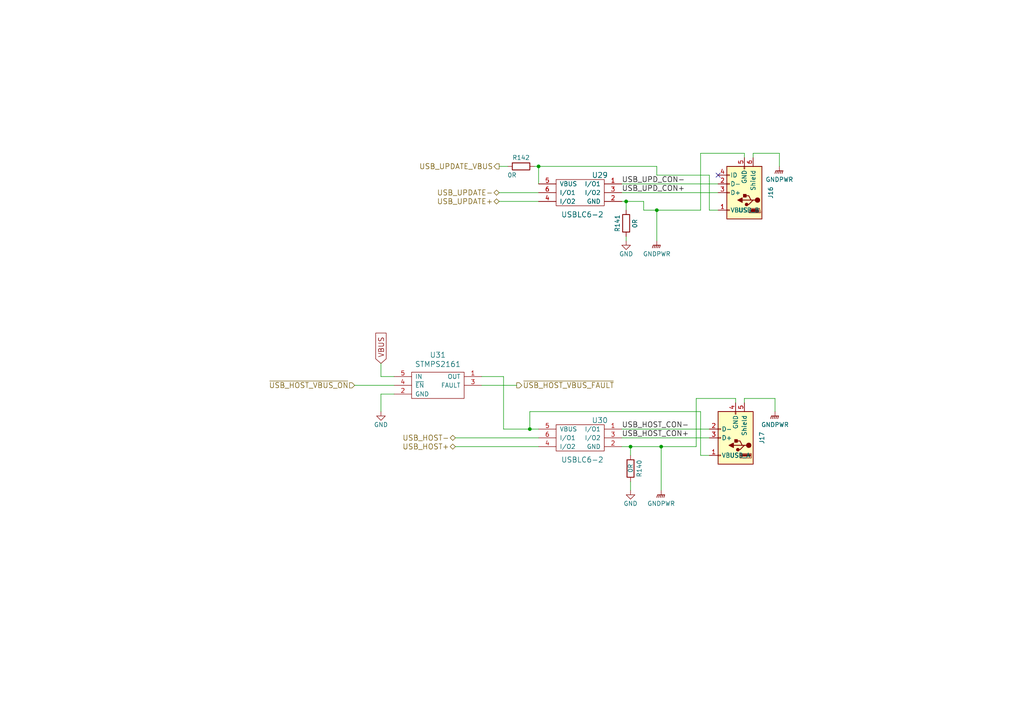
<source format=kicad_sch>
(kicad_sch (version 20211123) (generator eeschema)
  (paper "A4")
  (lib_symbols
    (symbol "Connector:USB_A" (pin_names (offset 1.016))
      (property "Reference" "J" (at -5.08 11.43 0))
      (property "Value" "USB_A" (at -5.08 8.89 0))
      (symbol "USB_A_0_1"
        (rectangle (start -5.08 -7.62) (end 5.08 7.62) (stroke (width 0.254)) (fill (type background)))
        (circle (center -3.81 2.159) (radius 0.635) (stroke (width 0.254)) (fill (type outline)))
        (rectangle (start -1.524 4.826) (end -4.318 5.334) (fill (type outline)))
        (rectangle (start -1.27 4.572) (end -4.572 5.842))
        (circle (center -0.635 3.429) (radius 0.381) (stroke (width 0.254)) (fill (type outline)))
        (rectangle (start -0.127 -7.62) (end 0.127 -6.858))
        (polyline (pts (xy -3.175 2.159) (xy -2.54 2.159) (xy -1.27 3.429) (xy -0.635 3.429)) (stroke (width 0.254)))
        (polyline (pts (xy -2.54 2.159) (xy -1.905 2.159) (xy -1.27 0.889) (xy 0 0.889)) (stroke (width 0.254)))
        (polyline (pts (xy 0.635 2.794) (xy 0.635 1.524) (xy 1.905 2.159) (xy 0.635 2.794)) (stroke (width 0.254)) (fill (type outline)))
        (rectangle (start 0.254 1.27) (end -0.508 0.508) (stroke (width 0.254)) (fill (type outline)))
        (rectangle (start 5.08 -2.667) (end 4.318 -2.413))
        (rectangle (start 5.08 -0.127) (end 4.318 0.127))
        (rectangle (start 5.08 4.953) (end 4.318 5.207))
      )
      (symbol "USB_A_1_1"
        (polyline (pts (xy -1.905 2.159) (xy 0.635 2.159)) (stroke (width 0.254)))
        (pin power_in line (at 7.62 5.08 180) (length 2.54) (name "VBUS") (number "1"))
        (pin bidirectional line (at 7.62 -2.54 180) (length 2.54) (name "D-") (number "2"))
        (pin bidirectional line (at 7.62 0 180) (length 2.54) (name "D+") (number "3"))
        (pin power_in line (at 0 -10.16 90) (length 2.54) (name "GND") (number "4"))
        (pin passive line (at -2.54 -10.16 90) (length 2.54) (name "Shield") (number "5"))
      )
    )
    (symbol "Connector:USB_OTG" (pin_names (offset 1.016))
      (property "Reference" "J" (at -5.08 11.43 0))
      (property "Value" "USB_OTG" (at -5.08 8.89 0))
      (symbol "USB_OTG_0_1"
        (rectangle (start -5.08 -7.62) (end 5.08 7.62) (stroke (width 0.254)) (fill (type background)))
        (circle (center -3.81 2.159) (radius 0.635) (stroke (width 0.254)) (fill (type outline)))
        (circle (center -0.635 3.429) (radius 0.381) (stroke (width 0.254)) (fill (type outline)))
        (rectangle (start -0.127 -7.62) (end 0.127 -6.858))
        (polyline (pts (xy -1.905 2.159) (xy 0.635 2.159)) (stroke (width 0.254)))
        (polyline (pts (xy -3.175 2.159) (xy -2.54 2.159) (xy -1.27 3.429) (xy -0.635 3.429)) (stroke (width 0.254)))
        (polyline (pts (xy -2.54 2.159) (xy -1.905 2.159) (xy -1.27 0.889) (xy 0 0.889)) (stroke (width 0.254)))
        (polyline (pts (xy 0.635 2.794) (xy 0.635 1.524) (xy 1.905 2.159) (xy 0.635 2.794)) (stroke (width 0.254)) (fill (type outline)))
        (polyline (pts (xy -4.318 5.588) (xy -1.778 5.588) (xy -2.032 4.826) (xy -4.064 4.826) (xy -4.318 5.588)) (fill (type outline)))
        (polyline (pts (xy -4.699 5.842) (xy -4.699 5.588) (xy -4.445 4.826) (xy -4.445 4.572) (xy -1.651 4.572) (xy -1.651 4.826) (xy -1.397 5.588) (xy -1.397 5.842) (xy -4.699 5.842)))
        (rectangle (start 0.254 1.27) (end -0.508 0.508) (stroke (width 0.254)) (fill (type outline)))
        (rectangle (start 5.08 -5.207) (end 4.318 -4.953))
        (rectangle (start 5.08 -2.667) (end 4.318 -2.413))
        (rectangle (start 5.08 -0.127) (end 4.318 0.127))
        (rectangle (start 5.08 4.953) (end 4.318 5.207))
      )
      (symbol "USB_OTG_1_1"
        (pin passive line (at 7.62 5.08 180) (length 2.54) (name "VBUS") (number "1"))
        (pin bidirectional line (at 7.62 -2.54 180) (length 2.54) (name "D-") (number "2"))
        (pin bidirectional line (at 7.62 0 180) (length 2.54) (name "D+") (number "3"))
        (pin passive line (at 7.62 -5.08 180) (length 2.54) (name "ID") (number "4"))
        (pin passive line (at 0 -10.16 90) (length 2.54) (name "GND") (number "5"))
        (pin passive line (at -2.54 -10.16 90) (length 2.54) (name "Shield") (number "6"))
      )
    )
    (symbol "Device:R" (pin_numbers hide) (pin_names (offset 0))
      (property "Reference" "R" (at 2.032 0 90))
      (property "Value" "R" (at 0 0 90))
      (symbol "R_0_1"
        (rectangle (start -1.016 -2.54) (end 1.016 2.54) (stroke (width 0.254)))
      )
      (symbol "R_1_1"
        (pin passive line (at 0 3.81 270) (length 1.27) (name "~") (number "1"))
        (pin passive line (at 0 -3.81 90) (length 1.27) (name "~") (number "2"))
      )
    )
    (symbol "Mainboard-rescue:GND-power" (power) (pin_names (offset 0))
      (property "Value" "GND-power" (at 0 -3.81 0))
      (symbol "GND-power_0_1"
        (polyline (pts (xy 0 0) (xy 0 -1.27) (xy 1.27 -1.27) (xy 0 -2.54) (xy -1.27 -1.27) (xy 0 -1.27)))
      )
      (symbol "GND-power_1_1"
        (pin power_in line (at 0 0 270) (length 0) hide (name "GND") (number "1"))
      )
    )
    (symbol "Mainboard-rescue:GNDPWR-power" (power) (pin_names (offset 0))
      (property "Value" "GNDPWR-power" (at 0 -3.302 0))
      (symbol "GNDPWR-power_0_1"
        (polyline (pts (xy 0 -1.27) (xy 0 0)))
        (polyline (pts (xy -1.016 -1.27) (xy -1.27 -2.032) (xy -1.27 -2.032)) (stroke (width 0.2032)))
        (polyline (pts (xy -0.508 -1.27) (xy -0.762 -2.032) (xy -0.762 -2.032)) (stroke (width 0.2032)))
        (polyline (pts (xy 0 -1.27) (xy -0.254 -2.032) (xy -0.254 -2.032)) (stroke (width 0.2032)))
        (polyline (pts (xy 0.508 -1.27) (xy 0.254 -2.032) (xy 0.254 -2.032)) (stroke (width 0.2032)))
        (polyline (pts (xy 1.016 -1.27) (xy -1.016 -1.27) (xy -1.016 -1.27)) (stroke (width 0.2032)))
        (polyline (pts (xy 1.016 -1.27) (xy 0.762 -2.032) (xy 0.762 -2.032) (xy 0.762 -2.032)) (stroke (width 0.2032)))
      )
      (symbol "GNDPWR-power_1_1"
        (pin power_in line (at 0 0 270) (length 0) hide (name "GNDPWR") (number "1"))
      )
    )
    (symbol "Mainboard:STMPS2161" (pin_names (offset 1.016))
      (property "Reference" "U" (at -7.62 5.08 0))
      (property "Value" "STMPS2161" (at -7.62 -5.08 0))
      (symbol "STMPS2161_0_1"
        (rectangle (start -7.62 3.81) (end 7.62 -3.81))
      )
      (symbol "STMPS2161_1_1"
        (pin power_out line (at 12.7 2.54 180) (length 5.08) (name "OUT") (number "1"))
        (pin power_in line (at -12.7 -2.54 0) (length 5.08) (name "GND") (number "2"))
        (pin output line (at 12.7 0 180) (length 5.08) (name "FAULT") (number "3"))
        (pin input line (at -12.7 0 0) (length 5.08) (name "~{EN}") (number "4"))
        (pin power_in line (at -12.7 2.54 0) (length 5.08) (name "IN") (number "5"))
      )
    )
    (symbol "Mainboard:USBLC6-2" (pin_names (offset 1.016))
      (property "Reference" "U" (at -5.08 5.08 0))
      (property "Value" "USBLC6-2" (at 0 -6.35 0))
      (symbol "USBLC6-2_0_1"
        (rectangle (start -6.35 3.81) (end 7.62 -3.81))
      )
      (symbol "USBLC6-2_1_1"
        (pin passive line (at -11.43 2.54 0) (length 5.08) (name "I/O1") (number "1"))
        (pin passive line (at -11.43 -2.54 0) (length 5.08) (name "GND") (number "2"))
        (pin passive line (at -11.43 0 0) (length 5.08) (name "I/O2") (number "3"))
        (pin passive line (at 12.7 -2.54 180) (length 5.08) (name "I/O2") (number "4"))
        (pin passive line (at 12.7 2.54 180) (length 5.08) (name "VBUS") (number "5"))
        (pin passive line (at 12.7 0 180) (length 5.08) (name "I/O1") (number "6"))
      )
    )
  )
  (junction (at 181.61 58.42))
  (junction (at 182.88 129.54))
  (junction (at 190.5 60.96))
  (junction (at 191.77 129.54))
  (junction (at 153.67 124.46))
  (junction (at 156.21 48.26))
  (no_connect (at 208.28 50.8))
  (wire (pts (xy 114.3 109.22) (xy 110.49 109.22)))
  (wire (pts (xy 154.94 48.26) (xy 156.21 48.26)))
  (wire (pts (xy 205.74 60.96) (xy 208.28 60.96)))
  (wire (pts (xy 191.77 129.54) (xy 191.77 142.24)))
  (wire (pts (xy 224.79 115.57) (xy 215.9 115.57)))
  (wire (pts (xy 180.34 127) (xy 205.74 127)))
  (wire (pts (xy 180.34 124.46) (xy 205.74 124.46)))
  (wire (pts (xy 203.2 132.08) (xy 205.74 132.08)))
  (wire (pts (xy 144.78 55.88) (xy 156.21 55.88)))
  (wire (pts (xy 180.34 55.88) (xy 208.28 55.88)))
  (wire (pts (xy 182.88 129.54) (xy 182.88 132.08)))
  (wire (pts (xy 203.2 44.45) (xy 215.9 44.45)))
  (wire (pts (xy 226.06 44.45) (xy 218.44 44.45)))
  (wire (pts (xy 205.74 50.8) (xy 205.74 60.96)))
  (wire (pts (xy 110.49 114.3) (xy 110.49 119.38)))
  (wire (pts (xy 181.61 58.42) (xy 186.69 58.42)))
  (wire (pts (xy 186.69 58.42) (xy 186.69 60.96)))
  (wire (pts (xy 146.05 109.22) (xy 146.05 124.46)))
  (wire (pts (xy 102.87 111.76) (xy 114.3 111.76)))
  (wire (pts (xy 215.9 115.57) (xy 215.9 116.84)))
  (wire (pts (xy 156.21 48.26) (xy 190.5 48.26)))
  (wire (pts (xy 132.08 129.54) (xy 156.21 129.54)))
  (wire (pts (xy 182.88 129.54) (xy 191.77 129.54)))
  (wire (pts (xy 153.67 119.38) (xy 203.2 119.38)))
  (wire (pts (xy 190.5 60.96) (xy 190.5 69.85)))
  (wire (pts (xy 153.67 119.38) (xy 153.67 124.46)))
  (wire (pts (xy 190.5 48.26) (xy 190.5 50.8)))
  (wire (pts (xy 180.34 53.34) (xy 208.28 53.34)))
  (wire (pts (xy 191.77 129.54) (xy 201.93 129.54)))
  (wire (pts (xy 203.2 119.38) (xy 203.2 132.08)))
  (wire (pts (xy 114.3 114.3) (xy 110.49 114.3)))
  (wire (pts (xy 190.5 60.96) (xy 203.2 60.96)))
  (wire (pts (xy 201.93 129.54) (xy 201.93 115.57)))
  (wire (pts (xy 146.05 109.22) (xy 139.7 109.22)))
  (wire (pts (xy 144.78 48.26) (xy 147.32 48.26)))
  (wire (pts (xy 156.21 53.34) (xy 156.21 48.26)))
  (wire (pts (xy 226.06 44.45) (xy 226.06 48.26)))
  (wire (pts (xy 180.34 58.42) (xy 181.61 58.42)))
  (wire (pts (xy 146.05 124.46) (xy 153.67 124.46)))
  (wire (pts (xy 213.36 115.57) (xy 213.36 116.84)))
  (wire (pts (xy 186.69 60.96) (xy 190.5 60.96)))
  (wire (pts (xy 218.44 44.45) (xy 218.44 45.72)))
  (wire (pts (xy 190.5 50.8) (xy 205.74 50.8)))
  (wire (pts (xy 215.9 44.45) (xy 215.9 45.72)))
  (wire (pts (xy 139.7 111.76) (xy 149.86 111.76)))
  (wire (pts (xy 181.61 68.58) (xy 181.61 69.85)))
  (wire (pts (xy 110.49 109.22) (xy 110.49 105.41)))
  (wire (pts (xy 180.34 129.54) (xy 182.88 129.54)))
  (wire (pts (xy 201.93 115.57) (xy 213.36 115.57)))
  (wire (pts (xy 132.08 127) (xy 156.21 127)))
  (wire (pts (xy 144.78 58.42) (xy 156.21 58.42)))
  (wire (pts (xy 203.2 60.96) (xy 203.2 44.45)))
  (wire (pts (xy 224.79 115.57) (xy 224.79 119.38)))
  (wire (pts (xy 182.88 139.7) (xy 182.88 142.24)))
  (wire (pts (xy 153.67 124.46) (xy 156.21 124.46)))
  (wire (pts (xy 181.61 58.42) (xy 181.61 60.96)))
  (label "USB_UPD_CON-" (at 180.34 53.34 0) (effects (font (size 1.524 1.524))))
  (label "USB_HOST_CON-" (at 180.34 124.46 0) (effects (font (size 1.524 1.524))))
  (label "USB_HOST_CON+" (at 180.34 127 0) (effects (font (size 1.524 1.524))))
  (label "USB_UPD_CON+" (at 180.34 55.88 0) (effects (font (size 1.524 1.524))))
  (global_label "VBUS" (shape input) (at 110.49 105.41 90) (effects (font (size 1.524 1.524))) (property "Referenzen zwischen Schaltplänen" "${INTERSHEET_REFS}" (effects hide)))
  (hierarchical_label "USB_UPDATE-" (shape bidirectional) (at 144.78 55.88 180) (effects (font (size 1.524 1.524))))
  (hierarchical_label "USB_UPDATE+" (shape bidirectional) (at 144.78 58.42 180) (effects (font (size 1.524 1.524))))
  (hierarchical_label "~{USB_HOST_VBUS_ON}" (shape input) (at 102.87 111.76 180) (effects (font (size 1.524 1.524))))
  (hierarchical_label "USB_HOST-" (shape bidirectional) (at 132.08 127 180) (effects (font (size 1.524 1.524))))
  (hierarchical_label "~{USB_HOST_VBUS_FAULT}" (shape output) (at 149.86 111.76 0) (effects (font (size 1.524 1.524))))
  (hierarchical_label "USB_UPDATE_VBUS" (shape output) (at 144.78 48.26 180) (effects (font (size 1.524 1.524))))
  (hierarchical_label "USB_HOST+" (shape bidirectional) (at 132.08 129.54 180) (effects (font (size 1.524 1.524))))
  (symbol (lib_id "Connector:USB_A") (at 213.36 127 180) (unit 1)
    (property "Reference" "J17" (at 220.98 127 90))
    (property "Value" "USB_A" (at 214.63 132.08 0))
    (property "Footprint" "Various:USB_A_SMD" (effects hide))
    (property "Manufacturer" "Lumberg" (effects hide))
    (property "Type" "2410 06" (effects hide))
    (property "Source" "Farnell" (effects hide))
    (property "Order Number" "1308874" (effects hide))
  )
  (symbol (lib_id "Connector:USB_OTG") (at 215.9 55.88 180) (unit 1)
    (property "Reference" "J16" (at 223.52 55.88 90))
    (property "Value" "USB_B" (at 217.17 60.96 0))
    (property "Footprint" "Various:USB_Micro_SMD" (effects hide))
    (property "Manufacturer" "Molex" (effects hide))
    (property "Type" "47346-0001" (effects hide))
    (property "Source" "Farnell" (effects hide))
    (property "Order Number" "1568026" (effects hide))
  )
  (symbol (lib_id "Mainboard-rescue:GNDPWR-power") (at 190.5 69.85 0) (unit 1)
    (property "Reference" "#PWR0233" (effects hide))
    (property "Value" "GNDPWR" (at 190.5 73.66 0))
  )
  (symbol (lib_id "Mainboard-rescue:GNDPWR-power") (at 226.06 48.26 0) (unit 1)
    (property "Reference" "#PWR0234" (effects hide))
    (property "Value" "GNDPWR" (at 226.06 52.07 0))
  )
  (symbol (lib_id "Mainboard-rescue:GNDPWR-power") (at 224.79 119.38 0) (unit 1)
    (property "Reference" "#PWR0235" (effects hide))
    (property "Value" "GNDPWR" (at 224.79 123.19 0))
  )
  (symbol (lib_id "Mainboard:USBLC6-2") (at 168.91 55.88 0) (mirror y) (unit 1)
    (property "Reference" "U29" (at 173.99 50.8 0) (effects (font (size 1.524 1.524))))
    (property "Value" "USBLC6-2" (at 168.91 62.23 0) (effects (font (size 1.524 1.524))))
    (property "Footprint" "TO_SOT_Packages_SMD:SOT-23-6_Handsoldering" (effects hide))
    (property "Manufacturer" "STMicroelectronics" (effects hide))
    (property "Type" "USBLC6-2" (effects hide))
    (property "Source" "Farnell" (effects hide))
    (property "Order Number" "1269406" (effects hide))
  )
  (symbol (lib_id "Mainboard-rescue:GND-power") (at 181.61 69.85 0) (unit 1)
    (property "Reference" "#PWR0236" (effects hide))
    (property "Value" "GND" (at 181.61 73.66 0))
  )
  (symbol (lib_id "Mainboard:USBLC6-2") (at 168.91 127 0) (mirror y) (unit 1)
    (property "Reference" "U30" (at 173.99 121.92 0) (effects (font (size 1.524 1.524))))
    (property "Value" "USBLC6-2" (at 168.91 133.35 0) (effects (font (size 1.524 1.524))))
    (property "Footprint" "TO_SOT_Packages_SMD:SOT-23-6_Handsoldering" (effects hide))
    (property "Manufacturer" "STMicroelectronics" (effects hide))
    (property "Type" "USBLC6-2" (effects hide))
    (property "Source" "Farnell" (effects hide))
    (property "Order Number" "1269406" (effects hide))
  )
  (symbol (lib_id "Mainboard-rescue:GNDPWR-power") (at 191.77 142.24 0) (unit 1)
    (property "Reference" "#PWR0237" (effects hide))
    (property "Value" "GNDPWR" (at 191.77 146.05 0))
  )
  (symbol (lib_id "Mainboard-rescue:GND-power") (at 182.88 142.24 0) (unit 1)
    (property "Reference" "#PWR0238" (effects hide))
    (property "Value" "GND" (at 182.88 146.05 0))
  )
  (symbol (lib_id "Device:R") (at 151.13 48.26 270) (unit 1)
    (property "Reference" "R142" (at 151.13 45.72 90))
    (property "Value" "0R" (at 149.86 50.8 90) (effects (justify right)))
    (property "Footprint" "Resistors_SMD:R_0603_HandSoldering" (effects hide))
  )
  (symbol (lib_id "Device:R") (at 182.88 135.89 180) (unit 1)
    (property "Reference" "R140" (at 185.42 135.89 90))
    (property "Value" "0R" (at 182.88 137.16 90) (effects (justify right)))
    (property "Footprint" "Resistors_SMD:R_0603_HandSoldering" (effects hide))
    (property "Manufacturer" "Value" (effects hide))
    (property "Type" "Value" (effects hide))
    (property "Source" "Farnell" (effects hide))
    (property "Order Number" "Value" (effects hide))
  )
  (symbol (lib_id "Device:R") (at 181.61 64.77 0) (unit 1)
    (property "Reference" "R141" (at 179.07 64.77 90))
    (property "Value" "0R" (at 184.15 63.5 90) (effects (justify right)))
    (property "Footprint" "Resistors_SMD:R_0603_HandSoldering" (effects hide))
  )
  (symbol (lib_id "Mainboard:STMPS2161") (at 127 111.76 0) (unit 1)
    (property "Reference" "U31" (at 127 102.9462 0) (effects (font (size 1.524 1.524))))
    (property "Value" "STMPS2161" (at 127 105.6386 0) (effects (font (size 1.524 1.524))))
    (property "Footprint" "TO_SOT_Packages_SMD:SOT-23-5" (effects hide))
    (property "Manufacturer" "ST Microelectronics" (effects hide))
    (property "Type" "STMPS2161STR" (effects hide))
    (property "Source" "Farnell" (effects hide))
    (property "Order Number" "1842615" (effects hide))
  )
  (symbol (lib_id "Mainboard-rescue:GND-power") (at 110.49 119.38 0) (unit 1)
    (property "Reference" "#PWR0239" (effects hide))
    (property "Value" "GND" (at 110.49 123.19 0))
  )
)
</source>
